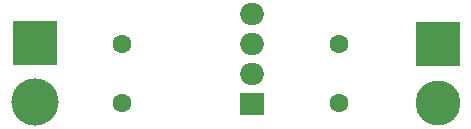
<source format=gbr>
%TF.GenerationSoftware,KiCad,Pcbnew,8.0.5*%
%TF.CreationDate,2024-09-19T19:13:46+09:00*%
%TF.ProjectId,led_supply,6c65645f-7375-4707-906c-792e6b696361,rev?*%
%TF.SameCoordinates,Original*%
%TF.FileFunction,Soldermask,Bot*%
%TF.FilePolarity,Negative*%
%FSLAX46Y46*%
G04 Gerber Fmt 4.6, Leading zero omitted, Abs format (unit mm)*
G04 Created by KiCad (PCBNEW 8.0.5) date 2024-09-19 19:13:46*
%MOMM*%
%LPD*%
G01*
G04 APERTURE LIST*
%ADD10R,2.000000X1.905000*%
%ADD11O,2.000000X1.905000*%
%ADD12R,3.800000X3.800000*%
%ADD13C,3.800000*%
%ADD14C,4.000000*%
%ADD15C,1.600000*%
G04 APERTURE END LIST*
D10*
%TO.C,U1*%
X134620000Y-88900000D03*
D11*
X134620000Y-86360000D03*
X134620000Y-83820000D03*
X134620000Y-81280000D03*
%TD*%
D12*
%TO.C,J2*%
X150380000Y-83840000D03*
D13*
X150380000Y-88840000D03*
%TD*%
D12*
%TO.C,J1*%
X116250000Y-83730000D03*
D14*
X116250000Y-88730000D03*
%TD*%
D15*
%TO.C,C2*%
X141960000Y-88820000D03*
X141960000Y-83820000D03*
%TD*%
%TO.C,C1*%
X123610000Y-88840000D03*
X123610000Y-83840000D03*
%TD*%
M02*

</source>
